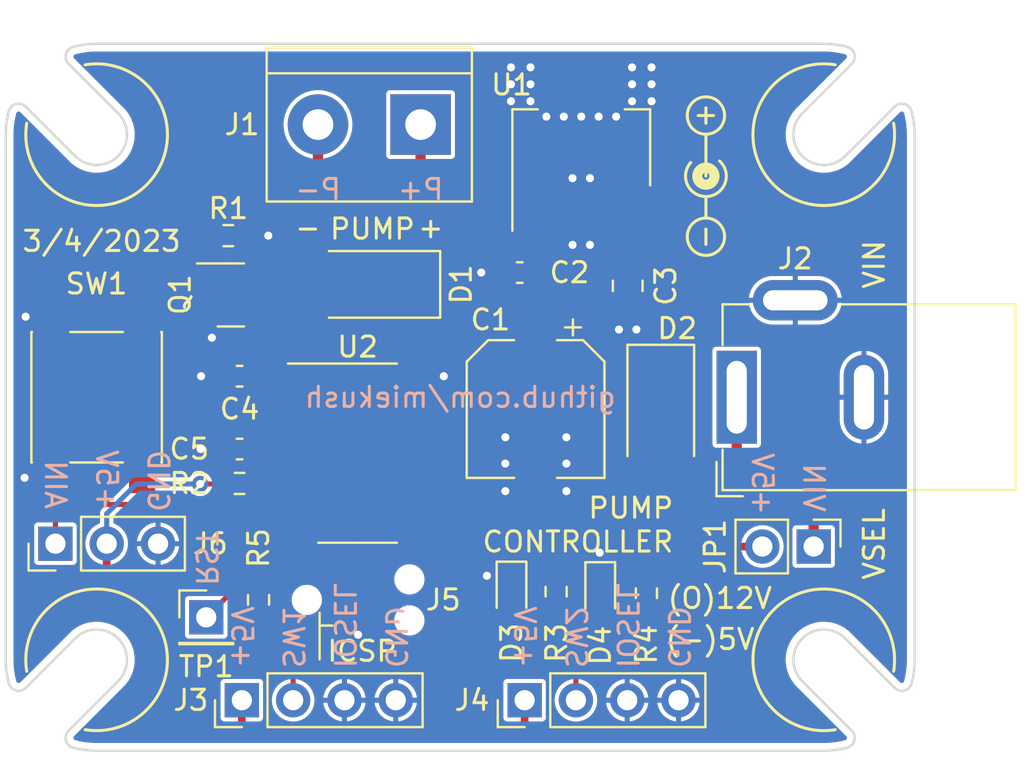
<source format=kicad_pcb>
(kicad_pcb (version 20221018) (generator pcbnew)
  (layers (0 "F.Cu" signal) (31 "B.Cu" signal) (34 "B.Paste" user) (35 "F.Paste" user) (36 "B.SilkS" user "B.Silkscreen") (37 "F.SilkS" user "F.Silkscreen") (38 "B.Mask" user) (39 "F.Mask" user) (44 "Edge.Cuts" user))
  (net 0 "")
  (net 1 "+12V")
  (net 2 "GND")
  (net 3 "+5V")
  (net 4 "Net-(D3-A)")
  (net 5 "Net-(D4-A)")
  (net 6 "LVL_SW1")
  (net 7 "LVL_SW2")
  (net 8 "ICSPDAT")
  (net 9 "RST")
  (net 10 "/PUMP_N")
  (net 11 "/VIN")
  (net 12 "ICSPCLK")
  (net 13 "PUMP_EN")
  (net 14 "EN_LED")
  (net 15 "PUMP_SW")
  (net 19 "SOIL_MST")
  (net 20 "PUMP_LED")
  (footprint "Diode_SMD:D_SMA" (layer "F.Cu") (at 95.5 94.4118 180)
    (fp_text reference "D1" (at -4.5466 0 90) (layer "F.SilkS"))
    (fp_text value "5819")
    (fp_line (start -3.51 -1.65) (end -3.51 1.65) (stroke (width 0.12)) (layer "F.SilkS"))
    (fp_line (start -3.51 -1.65) (end 2 -1.65) (stroke (width 0.12)) (layer "F.SilkS"))
    (fp_line (start -3.51 1.65) (end 2 1.65) (stroke (width 0.12)) (layer "F.SilkS"))
    (pad "1" smd roundrect (at -2 0 180) (size 2.5 1.8) (layers "F.Cu" "F.Paste" "F.Mask") (roundrect_rratio 0.1388888889) (net 1 "+12V"))
    (pad "2" smd roundrect (at 2 0 180) (size 2.5 1.8) (layers "F.Cu" "F.Paste" "F.Mask") (roundrect_rratio 0.1388888889) (net 10 "/PUMP_N"))
  )
  (footprint "Capacitor_SMD:C_0603_1608Metric" (layer "F.Cu") (at 89.0778 98.9584 180)
    (fp_text reference "C4" (at 0 -1.6256) (layer "F.SilkS"))
    (fp_text value "100n")
    (fp_line (start -0.14058 -0.51) (end 0.14058 -0.51) (stroke (width 0.12)) (layer "F.SilkS"))
    (fp_line (start -0.14058 0.51) (end 0.14058 0.51) (stroke (width 0.12)) (layer "F.SilkS"))
    (pad "1" smd roundrect (at -0.775 0 180) (size 0.9 0.95) (layers "F.Cu" "F.Paste" "F.Mask") (net 3 "+5V"))
    (pad "2" smd roundrect (at 0.775 0 180) (size 0.9 0.95) (layers "F.Cu" "F.Paste" "F.Mask") (net 2 "GND"))
  )
  (footprint "Resistor_SMD:R_0603_1608Metric" (layer "F.Cu") (at 90.0176 110.0328 90)
    (fp_text reference "R5" (at 2.5654 0 90) (layer "F.SilkS"))
    (fp_text value "10K")
    (fp_line (start -0.237258 -0.5225) (end 0.237258 -0.5225) (stroke (width 0.12)) (layer "F.SilkS"))
    (fp_line (start -0.237258 0.5225) (end 0.237258 0.5225) (stroke (width 0.12)) (layer "F.SilkS"))
    (pad "1" smd roundrect (at -0.825 0 90) (size 0.8 0.95) (layers "F.Cu" "F.Paste" "F.Mask") (net 3 "+5V"))
    (pad "2" smd roundrect (at 0.825 0 90) (size 0.8 0.95) (layers "F.Cu" "F.Paste" "F.Mask") (net 9 "RST"))
  )
  (footprint "Resistor_SMD:R_0603_1608Metric" (layer "F.Cu") (at 89.0778 104.267)
    (fp_text reference "R2" (at -2.4892 0) (layer "F.SilkS"))
    (fp_text value "10K")
    (fp_line (start -0.237258 -0.5225) (end 0.237258 -0.5225) (stroke (width 0.12)) (layer "F.SilkS"))
    (fp_line (start -0.237258 0.5225) (end 0.237258 0.5225) (stroke (width 0.12)) (layer "F.SilkS"))
    (pad "1" smd roundrect (at -0.825 0) (size 0.8 0.95) (layers "F.Cu" "F.Paste" "F.Mask") (net 3 "+5V"))
    (pad "2" smd roundrect (at 0.825 0) (size 0.8 0.95) (layers "F.Cu" "F.Paste" "F.Mask") (net 15 "PUMP_SW"))
  )
  (footprint "Capacitor_SMD:C_0805_2012Metric" (layer "F.Cu") (at 108.2942 94.488 -90)
    (fp_text reference "C3" (at 0 -1.8796 90) (layer "F.SilkS"))
    (fp_text value "10u")
    (fp_line (start -0.261252 -0.735) (end 0.261252 -0.735) (stroke (width 0.12)) (layer "F.SilkS"))
    (fp_line (start -0.261252 0.735) (end 0.261252 0.735) (stroke (width 0.12)) (layer "F.SilkS"))
    (pad "1" smd roundrect (at -0.95 0 270) (size 1 1.45) (layers "F.Cu" "F.Paste" "F.Mask") (net 3 "+5V"))
    (pad "2" smd roundrect (at 0.95 0 270) (size 1 1.45) (layers "F.Cu" "F.Paste" "F.Mask") (net 2 "GND"))
  )
  (footprint "Connector_PinHeader_2.54mm:PinHeader_1x02_P2.54mm_Vertical" (layer "F.Cu") (at 117.5 107.3912 -90)
    (fp_text reference "JP1" (at 0 4.8764 90) (layer "F.SilkS"))
    (fp_text value "VIN_SEL")
    (fp_line (start -1.33 -1.33) (end 0 -1.33) (stroke (width 0.12)) (layer "F.SilkS"))
    (fp_line (start -1.33 0) (end -1.33 -1.33) (stroke (width 0.12)) (layer "F.SilkS"))
    (fp_line (start -1.33 1.27) (end -1.33 3.87) (stroke (width 0.12)) (layer "F.SilkS"))
    (fp_line (start -1.33 1.27) (end 1.33 1.27) (stroke (width 0.12)) (layer "F.SilkS"))
    (fp_line (start -1.33 3.87) (end 1.33 3.87) (stroke (width 0.12)) (layer "F.SilkS"))
    (fp_line (start 1.33 1.27) (end 1.33 3.87) (stroke (width 0.12)) (layer "F.SilkS"))
    (pad "1" thru_hole rect (at 0 0 270) (size 1.7 1.7) (drill 1) (layers "*.Cu" "*.Mask") (net 11 "/VIN"))
    (pad "2" thru_hole oval (at 0 2.54 270) (size 1.7 1.7) (drill 1) (layers "*.Cu" "*.Mask") (net 3 "+5V"))
  )
  (footprint "Resistor_SMD:R_0603_1608Metric" (layer "F.Cu") (at 109.22 109.7026 -90)
    (fp_text reference "R4" (at 2.54 0 90) (layer "F.SilkS"))
    (fp_text value "1K")
    (fp_line (start -0.237258 -0.5225) (end 0.237258 -0.5225) (stroke (width 0.12)) (layer "F.SilkS"))
    (fp_line (start -0.237258 0.5225) (end 0.237258 0.5225) (stroke (width 0.12)) (layer "F.SilkS"))
    (pad "1" smd roundrect (at -0.825 0 270) (size 0.8 0.95) (layers "F.Cu" "F.Paste" "F.Mask") (net 20 "PUMP_LED"))
    (pad "2" smd roundrect (at 0.825 0 270) (size 0.8 0.95) (layers "F.Cu" "F.Paste" "F.Mask") (net 5 "Net-(D4-A)"))
  )
  (footprint "Connector_PinHeader_2.54mm:PinHeader_1x01_P2.54mm_Vertical" (layer "F.Cu") (at 87.4268 110.8964)
    (fp_text reference "TP1" (at 0 2.4384) (layer "F.SilkS"))
    (fp_text value "RST")
    (fp_line (start -1.33 -1.33) (end 0 -1.33) (stroke (width 0.12)) (layer "F.SilkS"))
    (fp_line (start -1.33 0) (end -1.33 -1.33) (stroke (width 0.12)) (layer "F.SilkS"))
    (fp_line (start -1.33 1.27) (end -1.33 1.33) (stroke (width 0.12)) (layer "F.SilkS"))
    (fp_line (start -1.33 1.27) (end 1.33 1.27) (stroke (width 0.12)) (layer "F.SilkS"))
    (fp_line (start -1.33 1.33) (end 1.33 1.33) (stroke (width 0.12)) (layer "F.SilkS"))
    (fp_line (start 1.33 1.27) (end 1.33 1.33) (stroke (width 0.12)) (layer "F.SilkS"))
    (pad "1" thru_hole rect (at 0 0) (size 1.7 1.7) (drill 1) (layers "*.Cu" "*.Mask") (net 9 "RST"))
  )
  (footprint "TerminalBlock:TerminalBlock_bornier-2_P5.08mm" (layer "F.Cu") (at 98.04 86.5 180)
    (fp_text reference "J1" (at 8.8392 0) (layer "F.SilkS"))
    (fp_text value "PUMP")
    (fp_line (start -2.54 -3.81) (end -2.54 3.81) (stroke (width 0.12)) (layer "F.SilkS"))
    (fp_line (start -2.54 3.81) (end 7.62 3.81) (stroke (width 0.12)) (layer "F.SilkS"))
    (fp_line (start 7.62 -3.81) (end -2.54 -3.81) (stroke (width 0.12)) (layer "F.SilkS"))
    (fp_line (start 7.62 2.54) (end -2.54 2.54) (stroke (width 0.12)) (layer "F.SilkS"))
    (fp_line (start 7.62 3.81) (end 7.62 -3.81) (stroke (width 0.12)) (layer "F.SilkS"))
    (pad "1" thru_hole rect (at 0 0 180) (size 3 3) (drill 1.52) (layers "*.Cu" "*.Mask") (net 1 "+12V"))
    (pad "2" thru_hole circle (at 5.08 0 180) (size 3 3) (drill 1.52) (layers "*.Cu" "*.Mask") (net 10 "/PUMP_N"))
  )
  (footprint "Connector_BarrelJack:BarrelJack_GCT_DCJ200-10-A_Horizontal" (layer "F.Cu") (at 113.6904 100 90)
    (fp_text reference "J2" (at 6.858 2.8956 180) (layer "F.SilkS"))
    (fp_text value "VIN" (at 6.5788 6.8096 90) (layer "F.SilkS"))
    (fp_line (start -4.9 -1) (end -4.9 0.3) (stroke (width 0.12)) (layer "F.SilkS"))
    (fp_line (start -4.6 -0.7) (end -2.6 -0.7) (stroke (width 0.12)) (layer "F.SilkS"))
    (fp_line (start -4.6 13.8) (end -4.6 -0.7) (stroke (width 0.12)) (layer "F.SilkS"))
    (fp_line (start -3.2 -1) (end -4.9 -1) (stroke (width 0.12)) (layer "F.SilkS"))
    (fp_line (start 2.6 -0.7) (end 4.6 -0.7) (stroke (width 0.12)) (layer "F.SilkS"))
    (fp_line (start 4.6 -0.7) (end 4.6 0.6) (stroke (width 0.12)) (layer "F.SilkS"))
    (fp_line (start 4.6 5.2) (end 4.6 13.8) (stroke (width 0.12)) (layer "F.SilkS"))
    (fp_line (start 4.6 13.8) (end -4.6 13.8) (stroke (width 0.12)) (layer "F.SilkS"))
    (pad "1" thru_hole rect (at 0 0 90) (size 4.6 2) (drill oval 3.6 1) (layers "*.Cu" "*.Mask") (net 11 "/VIN"))
    (pad "2" thru_hole oval (at 0 6.3 90) (size 4.2 2) (drill oval 3.2 1) (layers "*.Cu" "*.Mask") (net 2 "GND"))
    (pad "3" thru_hole oval (at 4.8 2.9 90) (size 2 4.2) (drill oval 1 3.2) (layers "*.Cu" "*.Mask") (net 2 "GND"))
  )
  (footprint "Connector_PinHeader_2.54mm:PinHeader_1x04_P2.54mm_Vertical" (layer "F.Cu") (at 103.19 115 90)
    (fp_text reference "J4" (at 0 -2.606 180) (layer "F.SilkS"))
    (fp_text value "WTR_LVL2")
    (fp_line (start -1.33 -1.33) (end 0 -1.33) (stroke (width 0.12)) (layer "F.SilkS"))
    (fp_line (start -1.33 0) (end -1.33 -1.33) (stroke (width 0.12)) (layer "F.SilkS"))
    (fp_line (start -1.33 1.27) (end -1.33 8.95) (stroke (width 0.12)) (layer "F.SilkS"))
    (fp_line (start -1.33 1.27) (end 1.33 1.27) (stroke (width 0.12)) (layer "F.SilkS"))
    (fp_line (start -1.33 8.95) (end 1.33 8.95) (stroke (width 0.12)) (layer "F.SilkS"))
    (fp_line (start 1.33 1.27) (end 1.33 8.95) (stroke (width 0.12)) (layer "F.SilkS"))
    (pad "1" thru_hole rect (at 0 0 90) (size 1.7 1.7) (drill 1) (layers "*.Cu" "*.Mask") (net 3 "+5V"))
    (pad "2" thru_hole oval (at 0 2.54 90) (size 1.7 1.7) (drill 1) (layers "*.Cu" "*.Mask") (net 7 "LVL_SW2"))
    (pad "3" thru_hole oval (at 0 5.08 90) (size 1.7 1.7) (drill 1) (layers "*.Cu" "*.Mask") (net 2 "GND"))
    (pad "4" thru_hole oval (at 0 7.62 90) (size 1.7 1.7) (drill 1) (layers "*.Cu" "*.Mask") (net 2 "GND"))
  )
  (footprint "Package_SO:SOIC-14_3.9x8.7mm_P1.27mm" (layer "F.Cu") (at 94.9198 102.7684)
    (fp_text reference "U2" (at 0 -5.2578) (layer "F.SilkS"))
    (fp_text value "PIC16F15223")
    (fp_line (start 0 -4.435) (end -3.45 -4.435) (stroke (width 0.12)) (layer "F.SilkS"))
    (fp_line (start 0 -4.435) (end 1.95 -4.435) (stroke (width 0.12)) (layer "F.SilkS"))
    (fp_line (start 0 4.435) (end -1.95 4.435) (stroke (width 0.12)) (layer "F.SilkS"))
    (fp_line (start 0 4.435) (end 1.95 4.435) (stroke (width 0.12)) (layer "F.SilkS"))
    (pad "1" smd roundrect (at -2.475 -3.81) (size 1.95 0.6) (layers "F.Cu" "F.Paste" "F.Mask") (net 3 "+5V"))
    (pad "2" smd roundrect (at -2.475 -2.54) (size 1.95 0.6) (layers "F.Cu" "F.Paste" "F.Mask") (net 13 "PUMP_EN"))
    (pad "3" smd roundrect (at -2.475 -1.27) (size 1.95 0.6) (layers "F.Cu" "F.Paste" "F.Mask") (net 15 "PUMP_SW"))
    (pad "4" smd roundrect (at -2.475 0) (size 1.95 0.6) (layers "F.Cu" "F.Paste" "F.Mask") (net 9 "RST"))
    (pad "5" smd roundrect (at -2.475 1.27) (size 1.95 0.6) (layers "F.Cu" "F.Paste" "F.Mask"))
    (pad "6" smd roundrect (at -2.475 2.54) (size 1.95 0.6) (layers "F.Cu" "F.Paste" "F.Mask") (net 19 "SOIL_MST"))
    (pad "7" smd roundrect (at -2.475 3.81) (size 1.95 0.6) (layers "F.Cu" "F.Paste" "F.Mask"))
    (pad "8" smd roundrect (at 2.475 3.81) (size 1.95 0.6) (layers "F.Cu" "F.Paste" "F.Mask") (net 6 "LVL_SW1"))
    (pad "9" smd roundrect (at 2.475 2.54) (size 1.95 0.6) (layers "F.Cu" "F.Paste" "F.Mask") (net 7 "LVL_SW2"))
    (pad "10" smd roundrect (at 2.475 1.27) (size 1.95 0.6) (layers "F.Cu" "F.Paste" "F.Mask") (net 14 "EN_LED"))
    (pad "11" smd roundrect (at 2.475 0) (size 1.95 0.6) (layers "F.Cu" "F.Paste" "F.Mask") (net 20 "PUMP_LED"))
    (pad "12" smd roundrect (at 2.475 -1.27) (size 1.95 0.6) (layers "F.Cu" "F.Paste" "F.Mask") (net 12 "ICSPCLK"))
    (pad "13" smd roundrect (at 2.475 -2.54) (size 1.95 0.6) (layers "F.Cu" "F.Paste" "F.Mask") (net 8 "ICSPDAT"))
    (pad "14" smd roundrect (at 2.475 -3.81) (size 1.95 0.6) (layers "F.Cu" "F.Paste" "F.Mask") (net 2 "GND"))
  )
  (footprint "Symbol:Symbol_Barrel_Polarity" (layer "F.Cu") (at 112.0914 89.0524 90)
    (fp_text reference "REF**" hide)
    (fp_text value "Symbol_Barrel_Polarity")
    (fp_text user "+" (at 3 0 90 unlocked) (layer "F.SilkS"))
    (fp_text user "-" (at -3 0 90 unlocked) (layer "F.SilkS"))
    (fp_line (start -2 0.075) (end -1.1 0.075) (stroke (width 0.15)) (layer "F.SilkS"))
    (fp_line (start 0 0.075) (end 2 0.075) (stroke (width 0.15)) (layer "F.SilkS"))
    (fp_arc (start 0.75 0.75) (mid -1.007627 0.128033) (end 0.675 -0.675) (stroke (width 0.15)) (layer "F.SilkS"))
    (fp_circle (center -3 0.075) (end -3 1) (stroke (width 0.15)) (fill none) (layer "F.SilkS"))
    (fp_circle (center 0 0.075) (end 0 0.25) (stroke (width 0.5)) (fill none) (layer "F.SilkS"))
    (fp_circle (center 3 0.075) (end 3.925 0.075) (stroke (width 0.15)) (fill none) (layer "F.SilkS"))
  )
  (footprint "Capacitor_SMD:CP_Elec_6.3x5.8" (layer "F.Cu") (at 103.7336 100.584 -90)
    (fp_text reference "C1" (at -4.4196 2.2352) (layer "F.SilkS"))
    (fp_text value "47u")
    (fp_line (start -4.4375 -1.8475) (end -3.65 -1.8475) (stroke (width 0.12)) (layer "F.SilkS"))
    (fp_line (start -4.04375 -2.24125) (end -4.04375 -1.45375) (stroke (width 0.12)) (layer "F.SilkS"))
    (fp_line (start -3.41 -2.345563) (end -3.41 -1.06) (stroke (width 0.12)) (layer "F.SilkS"))
    (fp_line (start -3.41 -2.345563) (end -2.345563 -3.41) (stroke (width 0.12)) (layer "F.SilkS"))
    (fp_line (start -3.41 2.345563) (end -3.41 1.06) (stroke (width 0.12)) (layer "F.SilkS"))
    (fp_line (start -3.41 2.345563) (end -2.345563 3.41) (stroke (width 0.12)) (layer "F.SilkS"))
    (fp_line (start -2.345563 -3.41) (end 3.41 -3.41) (stroke (width 0.12)) (layer "F.SilkS"))
    (fp_line (start -2.345563 3.41) (end 3.41 3.41) (stroke (width 0.12)) (layer "F.SilkS"))
    (fp_line (start 3.41 -3.41) (end 3.41 -1.06) (stroke (width 0.12)) (layer "F.SilkS"))
    (fp_line (start 3.41 3.41) (end 3.41 1.06) (stroke (width 0.12)) (layer "F.SilkS"))
    (pad "1" smd roundrect (at -2.7 0 270) (size 3.5 1.6) (layers "F.Cu" "F.Paste" "F.Mask") (roundrect_rratio 0.15625) (net 1 "+12V"))
    (pad "2" smd roundrect (at 2.7 0 270) (size 3.5 1.6) (layers "F.Cu" "F.Paste" "F.Mask") (roundrect_rratio 0.15625) (net 2 "GND"))
  )
  (footprint "Package_TO_SOT_SMD:SOT-23" (layer "F.Cu") (at 88.6437 94.935)
    (fp_text reference "Q1" (at -2.5123 -0.0152 -90) (layer "F.SilkS"))
    (fp_text value "AO3400A")
    (fp_line (start 0 -1.56) (end -1.675 -1.56) (stroke (width 0.12)) (layer "F.SilkS"))
    (fp_line (start 0 -1.56) (end 0.65 -1.56) (stroke (width 0.12)) (layer "F.SilkS"))
    (fp_line (start 0 1.56) (end -0.65 1.56) (stroke (width 0.12)) (layer "F.SilkS"))
    (fp_line (start 0 1.56) (end 0.65 1.56) (stroke (width 0.12)) (layer "F.SilkS"))
    (pad "1" smd roundrect (at -0.9375 -0.95) (size 1.475 0.6) (layers "F.Cu" "F.Paste" "F.Mask") (net 13 "PUMP_EN"))
    (pad "2" smd roundrect (at -0.9375 0.95) (size 1.475 0.6) (layers "F.Cu" "F.Paste" "F.Mask") (net 2 "GND"))
    (pad "3" smd roundrect (at 0.9375 0) (size 1.475 0.6) (layers "F.Cu" "F.Paste" "F.Mask") (net 10 "/PUMP_N"))
  )
  (footprint "Resistor_SMD:R_0603_1608Metric" (layer "F.Cu") (at 88.519 91.9988)
    (fp_text reference "R1" (at 0 -1.3462) (layer "F.SilkS"))
    (fp_text value "10K")
    (fp_line (start -0.237258 -0.5225) (end 0.237258 -0.5225) (stroke (width 0.12)) (layer "F.SilkS"))
    (fp_line (start -0.237258 0.5225) (end 0.237258 0.5225) (stroke (width 0.12)) (layer "F.SilkS"))
    (pad "1" smd roundrect (at -0.825 0) (size 0.8 0.95) (layers "F.Cu" "F.Paste" "F.Mask") (net 13 "PUMP_EN"))
    (pad "2" smd roundrect (at 0.825 0) (size 0.8 0.95) (layers "F.Cu" "F.Paste" "F.Mask") (net 2 "GND"))
  )
  (footprint "LED_SMD:LED_0603_1608Metric" (layer "F.Cu") (at 102.5398 109.6264 -90)
    (fp_text reference "D3" (at 2.535 -0.0024 90) (layer "F.SilkS"))
    (fp_text value "EN")
    (fp_line (start -1.485 -0.735) (end -1.485 0.735) (stroke (width 0.12)) (layer "F.SilkS"))
    (fp_line (start -1.485 0.735) (end 0.8 0.735) (stroke (width 0.12)) (layer "F.SilkS"))
    (fp_line (start 0.8 -0.735) (end -1.485 -0.735) (stroke (width 0.12)) (layer "F.SilkS"))
    (pad "1" smd roundrect (at -0.7875 0 270) (size 0.875 0.95) (layers "F.Cu" "F.Paste" "F.Mask") (net 2 "GND"))
    (pad "2" smd roundrect (at 0.7875 0 270) (size 0.875 0.95) (layers "F.Cu" "F.Paste" "F.Mask") (net 4 "Net-(D3-A)"))
  )
  (footprint "Capacitor_SMD:C_0603_1608Metric" (layer "F.Cu") (at 89.0778 102.5652 180)
    (fp_text reference "C5" (at 2.4892 0 180) (layer "F.SilkS"))
    (fp_text value "100n")
    (fp_line (start -0.14058 -0.51) (end 0.14058 -0.51) (stroke (width 0.12)) (layer "F.SilkS"))
    (fp_line (start -0.14058 0.51) (end 0.14058 0.51) (stroke (width 0.12)) (layer "F.SilkS"))
    (pad "1" smd roundrect (at -0.775 0 180) (size 0.9 0.95) (layers "F.Cu" "F.Paste" "F.Mask") (net 15 "PUMP_SW"))
    (pad "2" smd roundrect (at 0.775 0 180) (size 0.9 0.95) (layers "F.Cu" "F.Paste" "F.Mask") (net 2 "GND"))
  )
  (footprint "Package_TO_SOT_SMD:SOT-223-3_TabPin2" (layer "F.Cu") (at 105.9942 87.655 90)
    (fp_text reference "U1" (at 3.1238 -3.4544 180) (layer "F.SilkS"))
    (fp_text value "7805")
    (fp_line (start -4.1 -3.41) (end 1.91 -3.41) (stroke (width 0.12)) (layer "F.SilkS"))
    (fp_line (start -1.85 3.41) (end 1.91 3.41) (stroke (width 0.12)) (layer "F.SilkS"))
    (fp_line (start 1.91 -3.41) (end 1.91 -2.15) (stroke (width 0.12)) (layer "F.SilkS"))
    (fp_line (start 1.91 3.41) (end 1.91 2.15) (stroke (width 0.12)) (layer "F.SilkS"))
    (pad "1" smd rect (at -3.15 -2.3 90) (size 2 1.5) (layers "F.Cu" "F.Paste" "F.Mask") (net 1 "+12V"))
    (pad "2" smd rect (at -3.15 0 90) (size 2 1.5) (layers "F.Cu" "F.Paste" "F.Mask") (net 2 "GND"))
    (pad "2" smd rect (at 3.15 0 90) (size 2 3.8) (layers "F.Cu" "F.Paste" "F.Mask") (net 2 "GND"))
    (pad "3" smd rect (at -3.15 2.3 90) (size 2 1.5) (layers "F.Cu" "F.Paste" "F.Mask") (net 3 "+5V"))
  )
  (footprint "Capacitor_SMD:C_0603_1608Metric" (layer "F.Cu") (at 102.9462 93.8276 180)
    (fp_text reference "C2" (at -2.4638 0 180) (layer "F.SilkS"))
    (fp_text value "100n")
    (fp_line (start -0.14058 -0.51) (end 0.14058 -0.51) (stroke (width 0.12)) (layer "F.SilkS"))
    (fp_line (start -0.14058 0.51) (end 0.14058 0.51) (stroke (width 0.12)) (layer "F.SilkS"))
    (pad "1" smd roundrect (at -0.775 0 180) (size 0.9 0.95) (layers "F.Cu" "F.Paste" "F.Mask") (net 1 "+12V"))
    (pad "2" smd roundrect (at 0.775 0 180) (size 0.9 0.95) (layers "F.Cu" "F.Paste" "F.Mask") (net 2 "GND"))
  )
  (footprint "Connector:Tag-Connect_TC2030-IDC-NL_2x03_P1.27mm_Vertical" (layer "F.Cu") (at 94.9452 110.0328)
    (fp_text reference "J5" (at 4.2164 0) (layer "F.SilkS"))
    (fp_text value "ICSP" (at 0.2032 2.54) (layer "F.SilkS"))
    (fp_line (start -1.905 1.27) (end -1.905 0.635) (stroke (width 0.12)) (layer "F.SilkS"))
    (fp_line (start -1.27 1.27) (end -1.905 1.27) (stroke (width 0.12)) (layer "F.SilkS"))
    (pad "" np_thru_hole circle (at -2.54 0) (size 0.9906 0.9906) (drill 0.9906) (layers "*.Cu" "*.Mask"))
    (pad "" np_thru_hole circle (at 2.54 -1.016) (size 0.9906 0.9906) (drill 0.9906) (layers "*.Cu" "*.Mask"))
    (pad "" np_thru_hole circle (at 2.54 1.016) (size 0.9906 0.9906) (drill 0.9906) (layers "*.Cu" "*.Mask"))
    (pad "1" connect circle (at -1.27 0.635) (size 0.7874 0.7874) (layers "F.Cu" "F.Mask") (net 9 "RST"))
    (pad "2" connect circle (at -1.27 -0.635) (size 0.7874 0.7874) (layers "F.Cu" "F.Mask") (net 3 "+5V"))
    (pad "3" connect circle (at 0 0.635) (size 0.7874 0.7874) (layers "F.Cu" "F.Mask") (net 2 "GND"))
    (pad "4" connect circle (at 0 -0.635) (size 0.7874 0.7874) (layers "F.Cu" "F.Mask") (net 8 "ICSPDAT"))
    (pad "5" connect circle (at 1.27 0.635) (size 0.7874 0.7874) (layers "F.Cu" "F.Mask") (net 12 "ICSPCLK"))
    (pad "6" connect circle (at 1.27 -0.635) (size 0.7874 0.7874) (layers "F.Cu" "F.Mask"))
    (zone (net 0) (net_name "") (layer "F.Cu") (connect_pads (clearance 0)) (min_thickness 0.254)
      (keepout (tracks allowed) (vias not_allowed) (pads allowed) (copperpour not_allowed) (footprints not_allowed))
      (fill (thermal_gap 0.508) (thermal_bridge_width 0.508))
      (polygon (pts (xy 96.2152 109.3978) (xy 93.6752 109.3978) (xy 93.6752 110.6678) (xy 96.2152 110.6678)))
    )
  )
  (footprint "LED_SMD:LED_0603_1608Metric" (layer "F.Cu") (at 106.934 109.6518 -90)
    (fp_text reference "D4" (at 2.6416 0 90) (layer "F.SilkS"))
    (fp_text value "PUMP")
    (fp_line (start -1.485 -0.735) (end -1.485 0.735) (stroke (width 0.12)) (layer "F.SilkS"))
    (fp_line (start -1.485 0.735) (end 0.8 0.735) (stroke (width 0.12)) (layer "F.SilkS"))
    (fp_line (start 0.8 -0.735) (end -1.485 -0.735) (stroke (width 0.12)) (layer "F.SilkS"))
    (pad "1" smd roundrect (at -0.7875 0 270) (size 0.875 0.95) (layers "F.Cu" "F.Paste" "F.Mask") (net 2 "GND"))
    (pad "2" smd roundrect (at 0.7875 0 270) (size 0.875 0.95) (layers "F.Cu" "F.Paste" "F.Mask") (net 5 "Net-(D4-A)"))
  )
  (footprint "Connector_PinHeader_2.54mm:PinHeader_1x04_P2.54mm_Vertical" (layer "F.Cu") (at 89.19 115 90)
    (fp_text reference "J3" (at 0 -2.5252 180) (layer "F.SilkS"))
    (fp_text value "WTR_LVL1")
    (fp_line (start -1.33 -1.33) (end 0 -1.33) (stroke (width 0.12)) (layer "F.SilkS"))
    (fp_line (start -1.33 0) (end -1.33 -1.33) (stroke (width 0.12)) (layer "F.SilkS"))
    (fp_line (start -1.33 1.27) (end -1.33 8.95) (stroke (width 0.12)) (layer "F.SilkS"))
    (fp_line (start -1.33 1.27) (end 1.33 1.27) (stroke (width 0.12)) (layer "F.SilkS"))
    (fp_line (start -1.33 8.95) (end 1.33 8.95) (stroke (width 0.12)) (layer "F.SilkS"))
    (fp_line (start 1.33 1.27) (end 1.33 8.95) (stroke (width 0.12)) (layer "F.SilkS"))
    (pad "1" thru_hole rect (at 0 0 90) (size 1.7 1.7) (drill 1) (layers "*.Cu" "*.Mask") (net 3 "+5V"))
    (pad "2" thru_hole oval (at 0 2.54 90) (size 1.7 1.7) (drill 1) (layers "*.Cu" "*.Mask") (net 6 "LVL_SW1"))
    (pad "3" thru_hole oval (at 0 5.08 90) (size 1.7 1.7) (drill 1) (layers "*.Cu" "*.Mask") (net 2 "GND"))
    (pad "4" thru_hole oval (at 0 7.62 90) (size 1.7 1.7) (drill 1) (layers "*.Cu" "*.Mask") (net 2 "GND"))
  )
  (footprint "Connector_PinHeader_2.54mm:PinHeader_1x03_P2.54mm_Vertical" (layer "F.Cu") (at 79.96 107.25 90)
    (fp_text reference "J6" (at 0 7.6708 180) (layer "F.SilkS"))
    (fp_text value "MOIST")
    (fp_line (start -1.33 -1.33) (end 0 -1.33) (stroke (width 0.12)) (layer "F.SilkS"))
    (fp_line (start -1.33 0) (end -1.33 -1.33) (stroke (width 0.12)) (layer "F.SilkS"))
    (fp_line (start -1.33 1.27) (end -1.33 6.41) (stroke (width 0.12)) (layer "F.SilkS"))
    (fp_line (start -1.33 1.27) (end 1.33 1.27) (stroke (width 0.12)) (layer "F.SilkS"))
    (fp_line (start -1.33 6.41) (end 1.33 6.41) (stroke (width 0.12)) (layer "F.SilkS"))
    (fp_line (start 1.33 1.27) (end 1.33 6.41) (stroke (width 0.12)) (layer "F.SilkS"))
    (pad "1" thru_hole rect (at 0 0 90) (size 1.7 1.7) (drill 1) (layers "*.Cu" "*.Mask") (net 19 "SOIL_MST"))
    (pad "2" thru_hole oval (at 0 2.54 90) (size 1.7 1.7) (drill 1) (layers "*.Cu" "*.Mask") (net 3 "+5V"))
    (pad "3" thru_hole oval (at 0 5.08 90) (size 1.7 1.7) (drill 1) (layers "*.Cu" "*.Mask") (net 2 "GND"))
  )
  (footprint "Resistor_SMD:R_0603_1608Metric" (layer "F.Cu") (at 104.7496 109.6264 -90)
    (fp_text reference "R3" (at 2.54 -0.0254 90) (layer "F.SilkS"))
    (fp_text value "1K")
    (fp_line (start -0.237258 -0.5225) (end 0.237258 -0.5225) (stroke (width 0.12)) (layer "F.SilkS"))
    (fp_line (start -0.237258 0.5225) (end 0.237258 0.5225) (stroke (width 0.12)) (layer "F.SilkS"))
    (pad "1" smd roundrect (at -0.825 0 270) (size 0.8 0.95) (layers "F.Cu" "F.Paste" "F.Mask") (net 14 "EN_LED"))
    (pad "2" smd roundrect (at 0.825 0 270) (size 0.8 0.95) (layers "F.Cu" "F.Paste" "F.Mask") (net 4 "Net-(D3-A)"))
  )
  (footprint "Diode_SMD:D_SMA" (layer "F.Cu") (at 109.9312 100.9142 -90)
    (fp_text reference "D2" (at -4.318 -0.8128 -180) (layer "F.SilkS"))
    (fp_text value "5819")
    (fp_line (start -3.51 -1.65) (end -3.51 1.65) (stroke (width 0.12)) (layer "F.SilkS"))
    (fp_line (start -3.51 -1.65) (end 2 -1.65) (stroke (width 0.12)) (layer "F.SilkS"))
    (fp_line (start -3.51 1.65) (end 2 1.65) (stroke (width 0.12)) (layer "F.SilkS"))
    (pad "1" smd roundrect (at -2 0 270) (size 2.5 1.8) (layers "F.Cu" "F.Paste" "F.Mask") (roundrect_rratio 0.1388888889) (net 1 "+12V"))
    (pad "2" smd roundrect (at 2 0 270) (size 2.5 1.8) (layers "F.Cu" "F.Paste" "F.Mask") (roundrect_rratio 0.1388888889) (net 11 "/VIN"))
  )
  (footprint "Button_Switch_SMD:SW_Push_1P1T_NO_6x6mm_H9.5mm" (layer "F.Cu") (at 82 100 -90)
    (fp_text reference "SW1" (at -5.6136 0.0088) (layer "F.SilkS"))
    (fp_text value "PUMP")
    (fp_line (start -3.23 -3.23) (end 3.23 -3.23) (stroke (width 0.12)) (layer "F.SilkS"))
    (fp_line (start -3.23 -3.2) (end -3.23 -3.23) (stroke (width 0.12)) (layer "F.SilkS"))
    (fp_line (start -3.23 -1.3) (end -3.23 1.3) (stroke (width 0.12)) (layer "F.SilkS"))
    (fp_line (start -3.23 3.23) (end -3.23 3.2) (stroke (width 0.12)) (layer "F.SilkS"))
    (fp_line (start -3.23 3.23) (end 3.23 3.23) (stroke (width 0.12)) (layer "F.SilkS"))
    (fp_line (start 3.23 -3.23) (end 3.23 -3.2) (stroke (width 0.12)) (layer "F.SilkS"))
    (fp_line (start 3.23 -1.3) (end 3.23 1.3) (stroke (width 0.12)) (layer "F.SilkS"))
    (fp_line (start 3.23 3.23) (end 3.23 3.2) (stroke (width 0.12)) (layer "F.SilkS"))
    (pad "1" smd rect (at -3.975 -2.25 270) (size 1.55 1.3) (layers "F.Cu" "F.Paste" "F.Mask") (net 15 "PUMP_SW"))
    (pad "1" smd rect (at 3.975 -2.25 270) (size 1.55 1.3) (layers "F.Cu" "F.Paste" "F.Mask") (net 15 "PUMP_SW"))
    (pad "2" smd rect (at -3.975 2.25 270) (size 1.55 1.3) (layers "F.Cu" "F.Paste" "F.Mask") (net 2 "GND"))
    (pad "2" smd rect (at 3.975 2.25 270) (size 1.55 1.3) (layers "F.Cu" "F.Paste" "F.Mask") (net 2 "GND"))
  )
  (gr_arc (start 81.4324 83.5406) (mid 84.480415 89.477329) (end 78.539896 86.436706) (stroke (width 0.15)) (layer "F.SilkS"))
  (gr_arc (start 121.4594 86.4324) (mid 115.522671 89.480415) (end 118.563294 83.539896) (stroke (width 0.15)) (layer "F.SilkS"))
  (gr_line (start 93.0402 111.3028) (end 93.0402 112.9792) (stroke (width 0.12)) (layer "F.SilkS"))
  (gr_arc (start 118.5676 116.4594) (mid 115.519585 110.522671) (end 121.460104 113.563294) (stroke (width 0.15)) (layer "F.SilkS"))
  (gr_arc (start 78.5406 113.5676) (mid 84.477329 110.519585) (end 81.436706 116.460104) (stroke (width 0.15)) (layer "F.SilkS"))
  (gr_line (start 121.5101 85.6112) (end 119.0607 88.0607) (stroke (width 0.12)) (layer "Edge.Cuts"))
  (gr_line (start 80.6112 116.5101) (end 83.0607 114.0607) (stroke (width 0.12)) (layer "Edge.Cuts"))
  (gr_arc (start 80.835314 82.653334) (mid 81.412632 82.538498) (end 82 82.5) (stroke (width 0.12)) (layer "Edge.Cuts"))
  (gr_arc (start 122.346666 85.835314) (mid 122.461502 86.412632) (end 122.5 87) (stroke (width 0.12)) (layer "Edge.Cuts"))
  (gr_line (start 121.5101 114.3888) (end 119.0607 111.9393) (stroke (width 0.12)) (layer "Edge.Cuts"))
  (gr_arc (start 118 82.5) (mid 118.587368 82.538498) (end 119.164686 82.653334) (stroke (width 0.12)) (layer "Edge.Cuts"))
  (gr_arc (start 78.489853 114.388853) (mid 78.006891 114.518262) (end 77.653337 114.16471) (stroke (width 0.12)) (layer "Edge.Cuts"))
  (gr_line (start 80.6112 83.4899) (end 83.0607 85.9393) (stroke (width 0.12)) (layer "Edge.Cuts"))
  (gr_line (start 78.4899 114.3888) (end 80.9393 111.9393) (stroke (width 0.12)) (layer "Edge.Cuts"))
  (gr_arc (start 77.5 87) (mid 77.538498 86.412632) (end 77.653334 85.835314) (stroke (width 0.12)) (layer "Edge.Cuts"))
  (gr_arc (start 119.164686 117.346666) (mid 118.587368 117.461502) (end 118 117.5) (stroke (width 0.12)) (layer "Edge.Cuts"))
  (gr_line (start 122.5 87) (end 122.5 113) (stroke (width 0.12)) (layer "Edge.Cuts"))
  (gr_arc (start 83.06066 85.93934) (mid 83.06066 88.06066) (end 80.93934 88.06066) (stroke (width 0.12)) (layer "Edge.Cuts"))
  (gr_arc (start 122.346663 114.16471) (mid 121.993109 114.518263) (end 121.510147 114.388853) (stroke (width 0.12)) (layer "Edge.Cuts"))
  (gr_arc (start 80.93934 111.93934) (mid 83.06066 111.93934) (end 83.06066 114.06066) (stroke (width 0.12)) (layer "Edge.Cuts"))
  (gr_line (start 119.3888 116.5101) (end 116.9393 114.0607) (stroke (width 0.12)) (layer "Edge.Cuts"))
  (gr_arc (start 119.388853 116.510147) (mid 119.518262 116.993109) (end 119.16471 117.346663) (stroke (width 0.12)) (layer "Edge.Cuts"))
  (gr_arc (start 116.93934 114.06066) (mid 116.93934 111.93934) (end 119.06066 111.93934) (stroke (width 0.12)) (layer "Edge.Cuts"))
  (gr_arc (start 121.510147 85.611147) (mid 121.993109 85.481738) (end 122.346663 85.83529) (stroke (width 0.12)) (layer "Edge.Cuts"))
  (gr_arc (start 119.06066 88.06066) (mid 116.93934 88.06066) (end 116.93934 85.93934) (stroke (width 0.12)) (layer "Edge.Cuts"))
  (gr_arc (start 122.5 113) (mid 122.461502 113.587368) (end 122.346666 114.164686) (stroke (width 0.12)) (layer "Edge.Cuts"))
  (gr_line (start 78.4899 85.6112) (end 80.9393 88.0607) (stroke (width 0.12)) (layer "Edge.Cuts"))
  (gr_arc (start 80.83529 117.346663) (mid 80.481737 116.993109) (end 80.611147 116.510147) (stroke (width 0.12)) (layer "Edge.Cuts"))
  (gr_arc (start 82 117.5) (mid 81.412632 117.461502) (end 80.835314 117.346666) (stroke (width 0.12)) (layer "Edge.Cuts"))
  (gr_line (start 77.5 113) (end 77.5 87) (stroke (width 0.12)) (layer "Edge.Cuts"))
  (gr_arc (start 77.653337 85.83529) (mid 78.006891 85.481737) (end 78.489853 85.611147) (stroke (width 0.12)) (layer "Edge.Cuts"))
  (gr_line (start 118 117.5) (end 82 117.5) (stroke (width 0.12)) (layer "Edge.Cuts"))
  (gr_arc (start 119.16471 82.653337) (mid 119.518263 83.006891) (end 119.388853 83.489853) (stroke (width 0.12)) (layer "Edge.Cuts"))
  (gr_arc (start 80.611147 83.489853) (mid 80.481738 83.006891) (end 80.83529 82.653337) (stroke (width 0.12)) (layer "Edge.Cuts"))
  (gr_arc (start 77.653334 114.164686) (mid 77.538498 113.587368) (end 77.5 113) (stroke (width 0.12)) (layer "Edge.Cuts"))
  (gr_line (start 82 82.5) (end 118 82.5) (stroke (width 0.12)) (layer "Edge.Cuts"))
  (gr_line (start 119.3888 83.4899) (end 116.9393 85.9393) (stroke (width 0.12)) (layer "Edge.Cuts"))
  (gr_text "miekush" (at 87.5284 89.3572 90) (layer "F.Cu") (effects (font (size 1 1)) (justify left bottom)))
  (gr_text "GND" (at 85.0392 105.7656 270) (layer "B.SilkS") (effects (font (size 1 1)) (justify left mirror)))
  (gr_text "+5V" (at 103.19 113.5 270) (layer "B.SilkS") (effects (font (size 1 1)) (justify left mirror)))
  (gr_text "GND" (at 110.81 113.5 270) (layer "B.SilkS") (effects (font (size 1 1)) (justify left mirror)))
  (gr_text "github.com/miekush" (at 100 100) (layer "B.SilkS") (effects (font (size 1 1)) (justify mirror)))
  (gr_text "+5V" (at 82.4992 105.7656 270) (layer "B.SilkS") (effects (font (size 1 1)) (justify left mirror)))
  (gr_text "VIN" (at 117.5 105.7656 270) (layer "B.SilkS") (effects (font (size 1 1)) (justify left mirror)))
  (gr_text "SW1" (at 91.73 113.5 270) (layer "B.SilkS") (effects (font (size 1 1)) (justify left mirror)))
  (gr_text "P-" (at 92.964 89.7128) (layer "B.SilkS") (effects (font (size 1 1)) (justify mirror)))
  (gr_text "SW2" (at 105.73 113.5 270) (layer "B.SilkS") (effects (font (size 1 1)) (justify left mirror)))
  (gr_text "IOSEL" (at 108.27 113.5 270) (layer "B.SilkS") (effects (font (size 1 1)) (justify left mirror)))
  (gr_text "P+" (at 98.044 89.7128) (layer "B.SilkS") (effects (font (size 1 1)) (justify mirror)))
  (gr_text "+5V" (at 89.19 113.5 -90) (layer "B.SilkS") (effects (font (size 1 1)) (justify left mirror)))
  (gr_text "IOSEL" (at 94.27 113.5 -90) (layer "B.SilkS") (effects (font (size 1 1)) (justify left mirror)))
  (gr_text "AIN" (at 79.9592 105.6132 270) (layer "B.SilkS") (effects (font (size 1 1)) (justify left mirror)))
  (gr_text "RST" (at 87.4268 109.4232 270) (layer "B.SilkS") (effects (font (size 1 1)) (justify left mirror)))
  (gr_text "GND" (at 96.81 113.5 -90) (layer "B.SilkS") (effects (font (size 1 1)) (justify left mirror)))
  (gr_text "+5V" (at 114.96 105.918 270) (layer "B.SilkS") (effects (font (size 1 1)) (justify left mirror)))
  (gr_text "(O)12V" (at 110.1852 110.5408) (layer "F.SilkS") (effects (font (size 1 1)) (justify left bottom)))
  (gr_text "VSEL" (at 120.5 109.1184 90) (layer "F.SilkS") (effects (font (size 1 1)) (justify left)))
  (gr_text "+" (at 98.54 92.185) (layer "F.SilkS") (effects (font (size 1 1)) (justify bottom)))
  (gr_text "PUMP" (at 110.6424 106.0704) (layer "F.SilkS") (effects (font (size 1 1)) (justify right bottom)))
  (gr_text "PUMP" (at 95.6564 92.2528) (layer "F.SilkS") (effects (font (size 1 1)) (justify bottom)))
  (gr_text "CONTROLLER" (at 110.6424 107.7468) (layer "F.SilkS") (effects (font (size 1 1)) (justify right bottom)))
  (gr_text "-" (at 92.46 92.185) (layer "F.SilkS") (effects (font (size 1 1)) (justify bottom)))
  (gr_text "3/4/2023" (at 82.2452 92.8624) (layer "F.SilkS") (effects (font (size 1 1)) (justify bottom)))
  (gr_text "(-)5V" (at 110.0836 112.5728) (layer "F.SilkS") (effects (font (size 1 1)) (justify left bottom)))
  (segment (start 98.0654 90.805) (end 98.04 90.7796) (width 0.508) (layer "F.Cu") (net 1))
  (segment (start 103.7212 97.8716) (end 103.7336 97.884) (width 0.508) (layer "F.Cu") (net 1))
  (segment (start 103.7336 93.6622) (end 103.7212 93.6498) (width 0.508) (layer "F.Cu") (net 1))
  (segment (start 98.04 86.5) (end 98.04 90.7796) (width 0.508) (layer "F.Cu") (net 1))
  (segment (start 103.7212 90.832) (end 103.6942 90.805) (width 0.508) (layer "F.Cu") (net 1))
  (segment (start 110.5662 88.8492) (end 109.601 87.884) (width 0.508) (layer "F.Cu") (net 1))
  (segment (start 110.5662 98.2792) (end 110.5662 88.8492) (width 0.508) (layer "F.Cu") (net 1))
  (segment (start 103.6942 88.9648) (end 103.6942 90.805) (width 0.508) (layer "F.Cu") (net 1))
  (segment (start 103.6942 90.805) (end 98.0654 90.805) (width 0.508) (layer "F.Cu") (net 1))
  (segment (start 104.775 87.884) (end 103.6942 88.9648) (width 0.508) (layer "F.Cu") (net 1))
  (segment (start 109.601 87.884) (end 104.775 87.884) (width 0.508) (layer "F.Cu") (net 1))
  (segment (start 98.04 93.8718) (end 97.5 94.4118) (width 0.508) (layer "F.Cu") (net 1))
  (segment (start 109.9312 98.9142) (end 110.5662 98.2792) (width 0.508) (layer "F.Cu") (net 1))
  (segment (start 98.2218 93.7956) (end 97.6056 94.4118) (width 0.508) (layer "F.Cu") (net 1))
  (segment (start 103.7212 93.6498) (end 103.7212 90.832) (width 0.508) (layer "F.Cu") (net 1))
  (segment (start 103.7212 90.3244) (end 103.7196 90.3228) (width 0.508) (layer "F.Cu") (net 1))
  (segment (start 103.7336 97.884) (end 103.7336 93.6622) (width 0.508) (layer "F.Cu") (net 1))
  (segment (start 98.04 90.7796) (end 98.04 93.8718) (width 0.508) (layer "F.Cu") (net 1))
  (segment (start 103.6942 90.805) (end 103.5672 90.678) (width 0.508) (layer "F.Cu") (net 1))
  (segment (start 106.9086 108.8389) (end 106.934 108.8643) (width 0.254) (layer "F.Cu") (net 2))
  (segment (start 79.737 96.012) (end 79.75 96.025) (width 0.254) (layer "F.Cu") (net 2))
  (segment (start 78.486 96.012) (end 79.737 96.012) (width 0.254) (layer "F.Cu") (net 2))
  (segment (start 101.0412 93.8276) (end 102.1712 93.8276) (width 0.508) (layer "F.Cu") (net 2))
  (segment (start 106.9086 107.696) (end 106.9086 108.8389) (width 0.254) (layer "F.Cu") (net 2))
  (segment (start 94.9452 110.6678) (end 94.9452 111.76) (width 0.254) (layer "F.Cu") (net 2))
  (segment (start 102.5397 108.839) (end 102.5398 108.8389) (width 0.254) (layer "F.Cu") (net 2))
  (segment (start 78.4352 103.9876) (end 79.7374 103.9876) (width 0.254) (layer "F.Cu") (net 2))
  (segment (start 79.7374 103.9876) (end 79.75 103.975) (width 0.254) (layer "F.Cu") (net 2))
  (segment (start 97.3948 98.9584) (end 99.187 98.9584) (width 0.381) (layer "F.Cu") (net 2))
  (segment (start 89.344 91.9988) (end 90.5002 91.9988) (width 0.254) (layer "F.Cu") (net 2))
  (segment (start 87.7062 95.885) (end 87.7062 97.0534) (width 0.508) (layer "F.Cu") (net 2))
  (segment (start 101.3206 108.839) (end 102.5397 108.839) (width 0.254) (layer "F.Cu") (net 2))
  (segment (start 87.1728 98.9584) (end 88.3028 98.9584) (width 0.381) (layer "F.Cu") (net 2))
  (segment (start 87.1474 102.5652) (end 88.3028 102.5652) (width 0.254) (layer "F.Cu") (net 2))
  (via (at 108.726 96.647) (size 0.8) (drill 0.4) (layers "F.Cu" "B.Cu") (net 2))
  (via (at 94.9452 111.76) (size 0.8) (drill 0.4) (layers "F.Cu" "B.Cu") (net 2))
  (via (at 107.7214 86.106) (size 0.8) (drill 0.4) (layers "F.Cu" "B.Cu") (net 2))
  (via (at 105.2576 101.981) (size 0.8) (drill 0.4) (layers "F.Cu" "B.Cu") (net 2))
  (via (at 106.426 92.456) (size 0.8) (drill 0.4) (layers "F.Cu" "B.Cu") (net 2))
  (via (at 108.5088 83.6684) (size 0.8) (drill 0.4) (layers "F.Cu" "B.Cu") (net 2))
  (via (at 102.235 101.981) (size 0.8) (drill 0.4) (layers "F.Cu" "B.Cu") (net 2))
  (via (at 105.9942 86.106) (size 0.8) (drill 0.4) (layers "F.Cu" "B.Cu") (net 2))
  (via (at 87.7062 97.0534) (size 0.8) (drill 0.4) (layers "F.Cu" "B.Cu") (net 2))
  (via (at 107.8624 96.647) (size 0.8) (drill 0.4) (layers "F.Cu" "B.Cu") (net 2))
  (via (at 87.1728 98.9584) (size 0.8) (drill 0.4) (layers "F.Cu" "B.Cu") (net 2))
  (via (at 78.486 96.012) (size 0.8) (drill 0.4) (layers "F.Cu" "B.Cu") (net 2))
  (via (at 102.5144 85.344) (size 0.8) (drill 0.4) (layers "F.Cu" "B.Cu") (net 2))
  (via (at 87.1474 102.5652) (size 0.8) (drill 0.4) (layers "F.Cu" "B.Cu") (net 2))
  (via (at 90.5002 91.9988) (size 0.8) (drill 0.4) (layers "F.Cu" "B.Cu") (net 2))
  (via (at 105.1306 86.106) (size 0.8) (drill 0.4) (layers "F.Cu" "B.Cu") (net 2))
  (via (at 108.5088 85.3448) (size 0.8) (drill 0.4) (layers "F.Cu" "B.Cu") (net 2))
  (via (at 99.187 98.9584) (size 0.8) (drill 0.4) (layers "F.Cu" "B.Cu") (net 2))
  (via (at 78.4352 103.9876) (size 0.8) (drill 0.4) (layers "F.Cu" "B.Cu") (net 2))
  (via (at 109.474 84.505) (size 0.8) (drill 0.4) (layers "F.Cu" "B.Cu") (net 2))
  (via (at 103.4796 84.505) (size 0.8) (drill 0.4) (layers "F.Cu" "B.Cu") (net 2))
  (via (at 105.5624 92.456) (size 0.8) (drill 0.4) (layers "F.Cu" "B.Cu") (net 2))
  (via (at 102.5144 83.6676) (size 0.8) (drill 0.4) (layers "F.Cu" "B.Cu") (net 2))
  (via (at 103.4796 85.344) (size 0.8) (drill 0.4) (layers "F.Cu" "B.Cu") (net 2))
  (via (at 106.9086 107.696) (size 0.8) (drill 0.4) (layers "F.Cu" "B.Cu") (net 2))
  (via (at 102.235 104.648) (size 0.8) (drill 0.4) (layers "F.Cu" "B.Cu") (net 2))
  (via (at 102.235 103.284) (size 0.8) (drill 0.4) (layers "F.Cu" "B.Cu") (net 2))
  (via (at 105.5624 89.154) (size 0.8) (drill 0.4) (layers "F.Cu" "B.Cu") (net 2))
  (via (at 104.267 86.106) (size 0.8) (drill 0.4) (layers "F.Cu" "B.Cu") (net 2))
  (via (at 105.2576 104.648) (size 0.8) (drill 0.4) (layers "F.Cu" "B.Cu") (net 2))
  (via (at 109.474 85.344) (size 0.8) (drill 0.4) (layers "F.Cu" "B.Cu") (net 2))
  (via (at 101.0412 93.8276) (size 0.8) (drill 0.4) (layers "F.Cu" "B.Cu") (net 2))
  (via (at 106.8578 86.106) (size 0.8) (drill 0.4) (layers "F.Cu" "B.Cu") (net 2))
  (via (at 106.426 89.154) (size 0.8) (drill 0.4) (layers "F.Cu" "B.Cu") (net 2))
  (via (at 103.4796 83.6676) (size 0.8) (drill 0.4) (layers "F.Cu" "B.Cu") (net 2))
  (via (at 101.3206 108.839) (size 0.8) (drill 0.4) (layers "F.Cu" "B.Cu") (net 2))
  (via (at 108.5088 84.5058) (size 0.8) (drill 0.4) (layers "F.Cu" "B.Cu") (net 2))
  (via (at 102.5144 84.505) (size 0.8) (drill 0.4) (layers "F.Cu" "B.Cu") (net 2))
  (via (at 109.474 83.6676) (size 0.8) (drill 0.4) (layers "F.Cu" "B.Cu") (net 2))
  (via (at 105.2576 103.284) (size 0.8) (drill 0.4) (layers "F.Cu" "B.Cu") (net 2))
  (segment (start 103.19 116.5708) (end 103.1748 116.586) (width 0.381) (layer "F.Cu") (net 3))
  (segment (start 87.2744 116.586) (end 85.9028 115.2144) (width 0.381) (layer "F.Cu") (net 3))
  (segment (start 106.4768 106.4165) (end 111.3441 106.4165) (width 0.381) (layer "F.Cu") (net 3))
  (segment (start 85.9028 109.6772) (end 85.0392 108.8136) (width 0.381) (layer "F.Cu") (net 3))
  (segment (start 89.8528 98.0818) (end 89.8528 98.9584) (width 0.381) (layer "F.Cu") (net 3))
  (segment (start 100.9109 105.988592) (end 101.338808 106.4165) (width 0.381) (layer "F.Cu") (net 3))
  (segment (start 82.9056 108.8136) (end 82.5 108.408) (width 0.381) (layer "F.Cu") (net 3))
  (segment (start 93.6752 98.9584) (end 92.4448 98.9584) (width 0.254) (layer "F.Cu") (net 3))
  (segment (start 112.3188 107.3912) (end 114.96 107.3912) (width 0.381) (layer "F.Cu") (net 3))
  (segment (start 89.19 115) (end 89.19 116.5712) (width 0.381) (layer "F.Cu") (net 3))
  (segment (start 99.8982 97.4598) (end 100.9109 98.4725) (width 0.381) (layer "F.Cu") (net 3))
  (segment (start 89.3572 112.9792) (end 90.0176 112.3188) (width 0.254) (layer "F.Cu") (net 3))
  (segment (start 93.6752 108.084053) (end 94.4912 107.268052) (width 0.254) (layer "F.Cu") (net 3))
  (segment (start 112.3188 107.3912) (end 112.3188 115.6716) (width 0.381) (layer "F.Cu") (net 3))
  (segment (start 106.4768 94.0816) (end 106.4768 106.4165) (width 0.381) (layer "F.Cu") (net 3))
  (segment (start 89.2048 116.586) (end 87.2744 116.586) (width 0.381) (layer "F.Cu") (net 3))
  (segment (start 101.338808 106.4165) (end 106.4768 106.4165) (width 0.381) (layer "F.Cu") (net 3))
  (segment (start 85.9028 112.9792) (end 89.3572 112.9792) (width 0.254) (layer "F.Cu") (net 3))
  (segment (start 111.4044 116.586) (end 103.1748 116.586) (width 0.381) (layer "F.Cu") (net 3))
  (segment (start 94.4912 99.7744) (end 93.6752 98.9584) (width 0.254) (layer "F.Cu") (net 3))
  (segment (start 85.0392 108.8136) (end 82.9056 108.8136) (width 0.381) (layer "F.Cu") (net 3))
  (segment (start 94.5388 97.4598) (end 92.4052 97.4598) (width 0.381) (layer "F.Cu") (net 3))
  (segment (start 90.0176 112.3188) (end 90.0176 110.8578) (width 0.254) (layer "F.Cu") (net 3))
  (segment (start 90.4748 97.4598) (end 89.8528 98.0818) (width 0.381) (layer "F.Cu") (net 3))
  (segment (start 87.122 104.2924) (end 88.2274 104.2924) (width 0.254) (layer "F.Cu") (net 3))
  (segment (start 111.3441 106.4165) (end 112.3188 107.3912) (width 0.381) (layer "F.Cu") (net 3))
  (segment (start 92.4448 97.4994) (end 92.4052 97.4598) (width 0.381) (layer "F.Cu") (net 3))
  (segment (start 92.4448 98.9584) (end 92.4448 97.4994) (width 0.381) (layer "F.Cu") (net 3))
  (segment (start 85.9028 112.9792) (end 85.9028 109.6772) (width 0.381) (layer "F.Cu") (net 3))
  (segment (start 103.19 115) (end 103.19 116.5708) (width 0.381) (layer "F.Cu") (net 3))
  (segment (start 94.5388 97.4598) (end 99.8982 97.4598) (width 0.381) (layer "F.Cu") (net 3))
  (segment (start 92.4052 97.4598) (end 90.4748 97.4598) (width 0.381) (layer "F.Cu") (net 3))
  (segment (start 94.4912 107.268052) (end 94.4912 99.7744) (width 0.254) (layer "F.Cu") (net 3))
  (segment (start 100.9109 98.4725) (end 100.9109 105.988592) (width 0.381) (layer "F.Cu") (net 3))
  (segment (start 93.6752 109.3978) (end 93.6752 108.084053) (width 0.254) (layer "F.Cu") (net 3))
  (segment (start 107.0204 93.538) (end 106.4768 94.0816) (width 0.381) (layer "F.Cu") (net 3))
  (segment (start 108.2942 90.805) (end 108.2942 93.538) (width 0.381) (layer "F.Cu") (net 3))
  (segment (start 112.3188 115.6716) (end 111.4044 116.586) (width 0.381) (layer "F.Cu") (net 3))
  (segment (start 82.5 108.408) (end 82.5 107.25) (width 0.381) (layer "F.Cu") (net 3))
  (segment (start 89.19 116.5712) (end 89.2048 116.586) (width 0.381) (layer "F.Cu") (net 3))
  (segment (start 85.9028 115.2144) (end 85.9028 112.9792) (width 0.381) (layer "F.Cu") (net 3))
  (segment (start 88.2274 104.2924) (end 88.2528 104.267) (width 0.254) (layer "F.Cu") (net 3))
  (segment (start 103.1748 116.586) (end 89.2048 116.586) (width 0.381) (layer "F.Cu") (net 3))
  (segment (start 108.2942 93.538) (end 107.0204 93.538) (width 0.381) (layer "F.Cu") (net 3))
  (via (at 87.122 104.2924) (size 0.8) (drill 0.4) (layers "F.Cu" "B.Cu") (net 3))
  (segment (start 83.9724 104.2924) (end 82.5 105.7648) (width 0.254) (layer "B.Cu") (net 3))
  (segment (start 82.5 105.7648) (end 82.5 107.25) (width 0.254) (layer "B.Cu") (net 3))
  (segment (start 87.122 104.2924) (end 83.9724 104.2924) (width 0.254) (layer "B.Cu") (net 3))
  (segment (start 104.7121 110.4139) (end 104.7496 110.4514) (width 0.254) (layer "F.Cu") (net 4))
  (segment (start 102.5398 110.4139) (end 104.7121 110.4139) (width 0.254) (layer "F.Cu") (net 4))
  (segment (start 109.1317 110.4393) (end 109.22 110.5276) (width 0.254) (layer "F.Cu") (net 5))
  (segment (start 106.934 110.4393) (end 109.1317 110.4393) (width 0.254) (layer "F.Cu") (net 5))
  (segment (start 92.764 112.6204) (end 91.73 113.6544) (width 0.254) (layer "F.Cu") (net 6))
  (segment (start 99.0314 107.0578) (end 99.0314 111.719452) (width 0.254) (layer "F.Cu") (net 6))
  (segment (start 97.3948 106.5784) (end 98.552 106.5784) (width 0.254) (layer "F.Cu") (net 6))
  (segment (start 99.0314 111.719452) (end 98.130452 112.6204) (width 0.254) (layer "F.Cu") (net 6))
  (segment (start 91.73 113.6544) (end 91.73 115) (width 0.254) (layer "F.Cu") (net 6))
  (segment (start 98.552 106.5784) (end 99.0314 107.0578) (width 0.254) (layer "F.Cu") (net 6))
  (segment (start 98.130452 112.6204) (end 92.764 112.6204) (width 0.254) (layer "F.Cu") (net 6))
  (segment (start 105.1052 112.9792) (end 105.73 113.604) (width 0.254) (layer "F.Cu") (net 7))
  (segment (start 99.4854 105.937) (end 99.4854 111.652) (width 0.254) (layer "F.Cu") (net 7))
  (segment (start 105.73 113.604) (end 105.73 115) (width 0.254) (layer "F.Cu") (net 7))
  (segment (start 100.8126 112.9792) (end 105.1052 112.9792) (width 0.254) (layer "F.Cu") (net 7))
  (segment (start 98.8568 105.3084) (end 99.4854 105.937) (width 0.254) (layer "F.Cu") (net 7))
  (segment (start 97.3948 105.3084) (end 98.8568 105.3084) (width 0.254) (layer "F.Cu") (net 7))
  (segment (start 99.4854 111.652) (end 100.8126 112.9792) (width 0.254) (layer "F.Cu") (net 7))
  (segment (start 94.9452 101.092) (end 95.8088 100.2284) (width 0.254) (layer "F.Cu") (net 8))
  (segment (start 95.8088 100.2284) (end 97.3948 100.2284) (width 0.254) (layer "F.Cu") (net 8))
  (segment (start 94.9452 109.3978) (end 94.9452 101.092) (width 0.254) (layer "F.Cu") (net 8))
  (segment (start 94.0372 103.2574) (end 94.0372 107.08) (width 0.254) (layer "F.Cu") (net 9))
  (segment (start 93.2434 107.8738) (end 92.075 107.8738) (width 0.254) (layer "F.Cu") (net 9))
  (segment (start 91.2744 109.2078) (end 91.313 109.1692) (width 0.254) (layer "F.Cu") (net 9))
  (segment (start 92.075 107.8738) (end 91.313 108.6358) (width 0.254) (layer "F.Cu") (net 9))
  (segment (start 92.075 112.1664) (end 93.218 112.1664) (width 0.254) (layer "F.Cu") (net 9))
  (segment (start 93.6752 111.7092) (end 93.6752 110.6678) (width 0.254) (layer "F.Cu") (net 9))
  (segment (start 91.313 108.6358) (end 91.313 109.1692) (width 0.254) (layer "F.Cu") (net 9))
  (segment (start 93.5482 102.7684) (end 94.0372 103.2574) (width 0.254) (layer "F.Cu") (net 9))
  (segment (start 93.218 112.1664) (end 93.6752 111.7092) (width 0.254) (layer "F.Cu") (net 9))
  (segment (start 91.313 111.4044) (end 92.075 112.1664) (width 0.254) (layer "F.Cu") (net 9))
  (segment (start 94.0372 107.08) (end 93.2434 107.8738) (width 0.254) (layer "F.Cu") (net 9))
  (segment (start 92.4448 102.7684) (end 93.5482 102.7684) (width 0.254) (layer "F.Cu") (net 9))
  (segment (start 87.4268 110.8964) (end 89.1154 109.2078) (width 0.254) (layer "F.Cu") (net 9))
  (segment (start 89.1154 109.2078) (end 90.0176 109.2078) (width 0.254) (layer "F.Cu") (net 9))
  (segment (start 90.0176 109.2078) (end 91.2744 109.2078) (width 0.254) (layer "F.Cu") (net 9))
  (segment (start 91.313 109.1692) (end 91.313 111.4044) (width 0.254) (layer "F.Cu") (net 9))
  (segment (start 92.96 86.5) (end 92.96 93.8718) (width 0.508) (layer "F.Cu") (net 10))
  (segment (start 92.96 93.8718) (end 93.5 94.4118) (width 0.508) (layer "F.Cu") (net 10))
  (segment (start 93.1418 93.948) (end 93.6056 94.4118) (width 0.508) (layer "F.Cu") (net 10))
  (segment (start 89.5812 94.935) (end 92.9768 94.935) (width 0.508) (layer "F.Cu") (net 10))
  (segment (start 92.9768 94.935) (end 93.5 94.4118) (width 0.508) (layer "F.Cu") (net 10))
  (segment (start 113.6904 103.5812) (end 116.1288 103.5812) (width 0.508) (layer "F.Cu") (net 11))
  (segment (start 116.1288 103.5812) (end 117.5 104.9524) (width 0.508) (layer "F.Cu") (net 11))
  (segment (start 109.9312 102.9142) (end 110.5982 103.5812) (width 0.508) (layer "F.Cu") (net 11))
  (segment (start 110.5982 103.5812) (end 113.6904 103.5812) (width 0.508) (layer "F.Cu") (net 11))
  (segment (start 113.6904 103.5812) (end 113.6904 100) (width 0.508) (layer "F.Cu") (net 11))
  (segment (start 117.5 104.9524) (end 117.5 107.3912) (width 0.508) (layer "F.Cu") (net 11))
  (segment (start 95.9866 101.4984) (end 95.3992 102.0858) (width 0.254) (layer "F.Cu") (net 12))
  (segment (start 96.2152 107.8484) (end 97.9424 107.8484) (width 0.254) (layer "F.Cu") (net 12))
  (segment (start 97.9424 112.1664) (end 96.5962 112.1664) (width 0.254) (layer "F.Cu") (net 12))
  (segment (start 95.3992 107.0324) (end 96.2152 107.8484) (width 0.254) (layer "F.Cu") (net 12))
  (segment (start 95.3992 102.0858) (end 95.3992 107.0324) (width 0.254) (layer "F.Cu") (net 12))
  (segment (start 97.3948 101.4984) (end 95.9866 101.4984) (width 0.254) (layer "F.Cu") (net 12))
  (segment (start 96.2152 111.7854) (end 96.2152 110.6678) (width 0.254) (layer "F.Cu") (net 12))
  (segment (start 98.5774 108.4834) (end 98.5774 111.5314) (width 0.254) (layer "F.Cu") (net 12))
  (segment (start 98.5774 111.5314) (end 97.9424 112.1664) (width 0.254) (layer "F.Cu") (net 12))
  (segment (start 96.5962 112.1664) (end 96.2152 111.7854) (width 0.254) (layer "F.Cu") (net 12))
  (segment (start 97.9424 107.8484) (end 98.5774 108.4834) (width 0.254) (layer "F.Cu") (net 12))
  (segment (start 92.4448 100.2284) (end 86.9442 100.2284) (width 0.254) (layer "F.Cu") (net 13))
  (segment (start 86.7614 93.985) (end 87.7062 93.985) (width 0.254) (layer "F.Cu") (net 13))
  (segment (start 87.694 91.9988) (end 87.694 93.9728) (width 0.254) (layer "F.Cu") (net 13))
  (segment (start 87.694 93.9728) (end 87.7062 93.985) (width 0.254) (layer "F.Cu") (net 13))
  (segment (start 86.9442 100.2284) (end 86.0298 99.314) (width 0.254) (layer "F.Cu") (net 13))
  (segment (start 86.0298 94.7166) (end 86.7614 93.985) (width 0.254) (layer "F.Cu") (net 13))
  (segment (start 86.0298 99.314) (end 86.0298 94.7166) (width 0.254) (layer "F.Cu") (net 13))
  (segment (start 104.162201 107.388001) (end 100.936401 107.388001) (width 0.254) (layer "F.Cu") (net 14))
  (segment (start 99.9394 104.8162) (end 99.1616 104.0384) (width 0.254) (layer "F.Cu") (net 14))
  (segment (start 104.7496 107.9754) (end 104.162201 107.388001) (width 0.254) (layer "F.Cu") (net 14))
  (segment (start 100.936401 107.388001) (end 99.9394 106.391) (width 0.254) (layer "F.Cu") (net 14))
  (segment (start 104.7496 108.8014) (end 104.7496 107.9754) (width 0.254) (layer "F.Cu") (net 14))
  (segment (start 99.1616 104.0384) (end 97.3948 104.0384) (width 0.254) (layer "F.Cu") (net 14))
  (segment (start 99.9394 106.391) (end 99.9394 104.8162) (width 0.254) (layer "F.Cu") (net 14))
  (segment (start 89.8528 102.5652) (end 89.8528 104.217) (width 0.254) (layer "F.Cu") (net 15))
  (segment (start 89.8528 101.5108) (end 89.8652 101.4984) (width 0.254) (layer "F.Cu") (net 15))
  (segment (start 89.8652 101.4984) (end 84.292 101.4984) (width 0.254) (layer "F.Cu") (net 15))
  (segment (start 92.4448 101.4984) (end 89.8652 101.4984) (width 0.254) (layer "F.Cu") (net 15))
  (segment (start 89.8528 102.5652) (end 89.8528 101.5108) (width 0.254) (layer "F.Cu") (net 15))
  (segment (start 89.8528 104.217) (end 89.9028 104.267) (width 0.254) (layer "F.Cu") (net 15))
  (segment (start 84.25 96.025) (end 84.25 103.975) (width 0.254) (layer "F.Cu") (net 15))
  (segment (start 79.96 107.25) (end 79.96 106.0188) (width 0.254) (layer "F.Cu") (net 19))
  (segment (start 80.6704 105.3084) (end 92.4448 105.3084) (width 0.254) (layer "F.Cu") (net 19))
  (segment (start 79.96 106.0188) (end 80.6704 105.3084) (width 0.254) (layer "F.Cu") (net 19))
  (segment (start 109.22 107.6833) (end 108.4707 106.934) (width 0.254) (layer "F.Cu") (net 20))
  (segment (start 109.22 108.8776) (end 109.22 107.6833) (width 0.254) (layer "F.Cu") (net 20))
  (segment (start 108.4707 106.934) (end 101.124452 106.934) (width 0.254) (layer "F.Cu") (net 20))
  (segment (start 99.568 102.7684) (end 97.3948 102.7684) (width 0.254) (layer "F.Cu") (net 20))
  (segment (start 100.3934 103.5938) (end 99.568 102.7684) (width 0.254) (layer "F.Cu") (net 20))
  (segment (start 101.124452 106.934) (end 100.3934 106.202948) (width 0.254) (layer "F.Cu") (net 20))
  (segment (start 100.3934 106.202948) (end 100.3934 103.5938) (width 0.254) (layer "F.Cu") (net 20))
  (zone (net 2) (net_name "GND") (layer "F.Cu") (priority 2) (connect_pads (clearance 0.2)) (min_thickness 0.2) (fill yes (thermal_gap 0.2) (thermal_bridge_width 0.254))
    (polygon (pts (xy 107.1512 94.5388) (xy 109.4372 94.5388) (xy 109.4372 97.1296) (xy 107.1512 97.1296)))
  )
  (zone (net 2) (net_name "GND") (layer "F.Cu") (priority 3) (connect_pads (clearance 0.2)) (min_thickness 0.2) (fill yes (thermal_gap 0.2) (thermal_bridge_width 0.254))
    (polygon (pts (xy 101.9302 83.058) (xy 110.0582 83.058) (xy 110.0582 86.614) (xy 101.9302 86.614)))
  )
  (zone (net 2) (net_name "GND") (layer "F.Cu") (priority 1) (connect_pads (clearance 0.2)) (min_thickness 0.2) (fill yes (thermal_gap 0.2) (thermal_bridge_width 0.254))
    (polygon (pts (xy 104.775 88.646) (xy 107.188 88.646) (xy 107.188 92.964) (xy 104.775 92.964)))
  )
  (zone (net 2) (net_name "GND") (layer "F.Cu") (priority 4) (connect_pads (clearance 0.2)) (min_thickness 0.2) (fill yes (thermal_gap 0.2) (thermal_bridge_width 0.254))
    (polygon (pts (xy 101.727 101.092) (xy 105.7656 101.092) (xy 105.7656 105.5878) (xy 101.727 105.5878)))
  )
  (zone (net 2) (net_name "GND") (layer "B.Cu") (connect_pads (clearance 0.2)) (min_thickness 0.2) (fill yes (thermal_gap 0.2) (thermal_bridge_width 0.254))
    (polygon (pts (xy 77.216 82.296) (xy 77.216 117.856) (xy 122.682 117.856) (xy 122.682 82.296)))
  )
)
</source>
